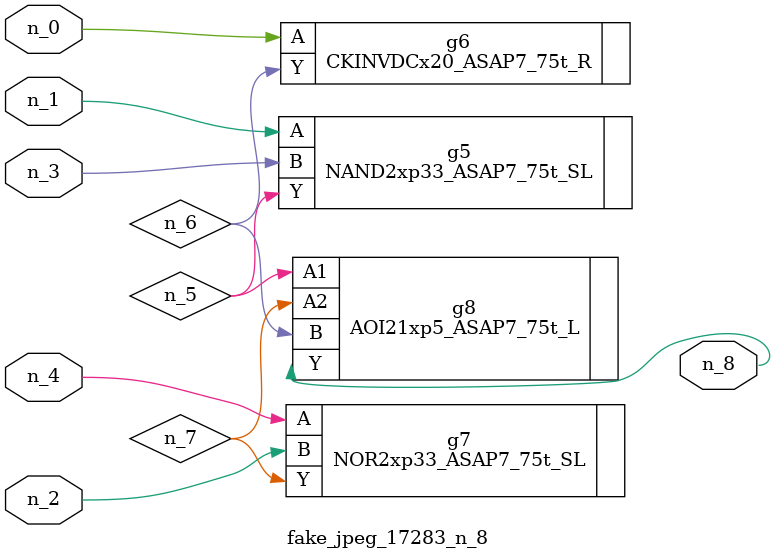
<source format=v>
module fake_jpeg_17283_n_8 (n_3, n_2, n_1, n_0, n_4, n_8);

input n_3;
input n_2;
input n_1;
input n_0;
input n_4;

output n_8;

wire n_6;
wire n_5;
wire n_7;

NAND2xp33_ASAP7_75t_SL g5 ( 
.A(n_1),
.B(n_3),
.Y(n_5)
);

CKINVDCx20_ASAP7_75t_R g6 ( 
.A(n_0),
.Y(n_6)
);

NOR2xp33_ASAP7_75t_SL g7 ( 
.A(n_4),
.B(n_2),
.Y(n_7)
);

AOI21xp5_ASAP7_75t_L g8 ( 
.A1(n_5),
.A2(n_7),
.B(n_6),
.Y(n_8)
);


endmodule
</source>
